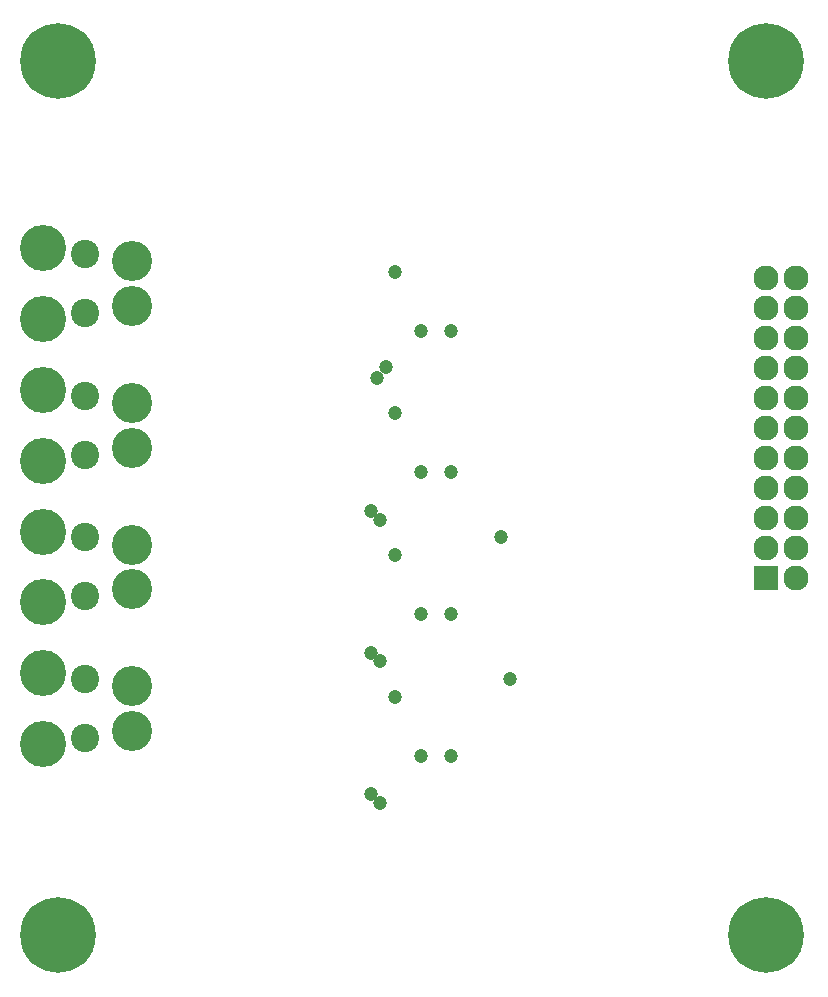
<source format=gbr>
G04 #@! TF.FileFunction,Soldermask,Bot*
%FSLAX46Y46*%
G04 Gerber Fmt 4.6, Leading zero omitted, Abs format (unit mm)*
G04 Created by KiCad (PCBNEW 4.0.1-stable) date 12.01.2016 22:18:14*
%MOMM*%
G01*
G04 APERTURE LIST*
%ADD10C,0.100000*%
%ADD11R,2.127200X2.127200*%
%ADD12O,2.127200X2.127200*%
%ADD13C,6.400000*%
%ADD14C,3.400000*%
%ADD15C,2.400000*%
%ADD16C,3.900000*%
%ADD17C,1.200000*%
G04 APERTURE END LIST*
D10*
D11*
X65200000Y-48950000D03*
D12*
X67740000Y-48950000D03*
X65200000Y-46410000D03*
X67740000Y-46410000D03*
X65200000Y-43870000D03*
X67740000Y-43870000D03*
X65200000Y-41330000D03*
X67740000Y-41330000D03*
X65200000Y-38790000D03*
X67740000Y-38790000D03*
X65200000Y-36250000D03*
X67740000Y-36250000D03*
X65200000Y-33710000D03*
X67740000Y-33710000D03*
X65200000Y-31170000D03*
X67740000Y-31170000D03*
X65200000Y-28630000D03*
X67740000Y-28630000D03*
X65200000Y-26090000D03*
X67740000Y-26090000D03*
X65200000Y-23550000D03*
X67740000Y-23550000D03*
D13*
X5200000Y-79200000D03*
X65200000Y-79200000D03*
X65200000Y-5200000D03*
X5200000Y-5200000D03*
D14*
X11500000Y-25900000D03*
X11500000Y-22100000D03*
D15*
X7500000Y-26500000D03*
X7500000Y-21500000D03*
D16*
X4000000Y-27000000D03*
X4000000Y-21000000D03*
D14*
X11500000Y-37900000D03*
X11500000Y-34100000D03*
D15*
X7500000Y-38500000D03*
X7500000Y-33500000D03*
D16*
X4000000Y-39000000D03*
X4000000Y-33000000D03*
D14*
X11500000Y-49900000D03*
X11500000Y-46100000D03*
D15*
X7500000Y-50500000D03*
X7500000Y-45500000D03*
D16*
X4000000Y-51000000D03*
X4000000Y-45000000D03*
D14*
X11500000Y-61900000D03*
X11500000Y-58100000D03*
D15*
X7500000Y-62500000D03*
X7500000Y-57500000D03*
D16*
X4000000Y-63000000D03*
X4000000Y-57000000D03*
D17*
X36000000Y-64000000D03*
X36000000Y-52000000D03*
X36000000Y-40000000D03*
X36000000Y-28000000D03*
X38500000Y-28000000D03*
X38500000Y-40000000D03*
X38500000Y-52000000D03*
X38500000Y-64000000D03*
X32250000Y-32000000D03*
X31750000Y-67250000D03*
X31750000Y-55250000D03*
X31750000Y-43250000D03*
X32975010Y-31051873D03*
X32500000Y-68000000D03*
X32500000Y-56000000D03*
X32500000Y-44000000D03*
X33750000Y-59000000D03*
X33750000Y-47000000D03*
X33750000Y-35000000D03*
X33750000Y-23000000D03*
X43500000Y-57500000D03*
X42750000Y-45500000D03*
M02*

</source>
